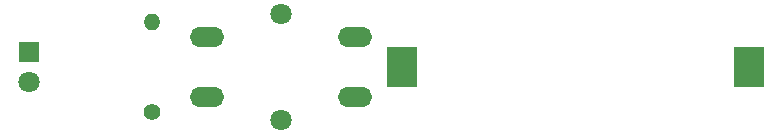
<source format=gts>
%TF.GenerationSoftware,KiCad,Pcbnew,8.0.4*%
%TF.CreationDate,2024-08-28T21:16:36+02:00*%
%TF.ProjectId,Project1LedTorch,50726f6a-6563-4743-914c-6564546f7263,1*%
%TF.SameCoordinates,Original*%
%TF.FileFunction,Soldermask,Top*%
%TF.FilePolarity,Negative*%
%FSLAX46Y46*%
G04 Gerber Fmt 4.6, Leading zero omitted, Abs format (unit mm)*
G04 Created by KiCad (PCBNEW 8.0.4) date 2024-08-28 21:16:36*
%MOMM*%
%LPD*%
G01*
G04 APERTURE LIST*
%ADD10C,1.800000*%
%ADD11O,2.900000X1.700000*%
%ADD12C,1.400000*%
%ADD13O,1.400000X1.400000*%
%ADD14R,1.800000X1.800000*%
%ADD15R,2.540000X3.510000*%
G04 APERTURE END LIST*
D10*
%TO.C,SW1*%
X142188000Y-93925000D03*
X142188000Y-102925000D03*
D11*
X135938000Y-95925000D03*
X148438000Y-95925000D03*
X135938000Y-100925000D03*
X148438000Y-100925000D03*
%TD*%
D12*
%TO.C,R1*%
X131266000Y-102235000D03*
D13*
X131266000Y-94615000D03*
%TD*%
D14*
%TO.C,D1*%
X120852000Y-97150000D03*
D10*
X120852000Y-99690000D03*
%TD*%
D15*
%TO.C,BT1*%
X181760000Y-98425000D03*
X152400000Y-98425000D03*
%TD*%
M02*

</source>
